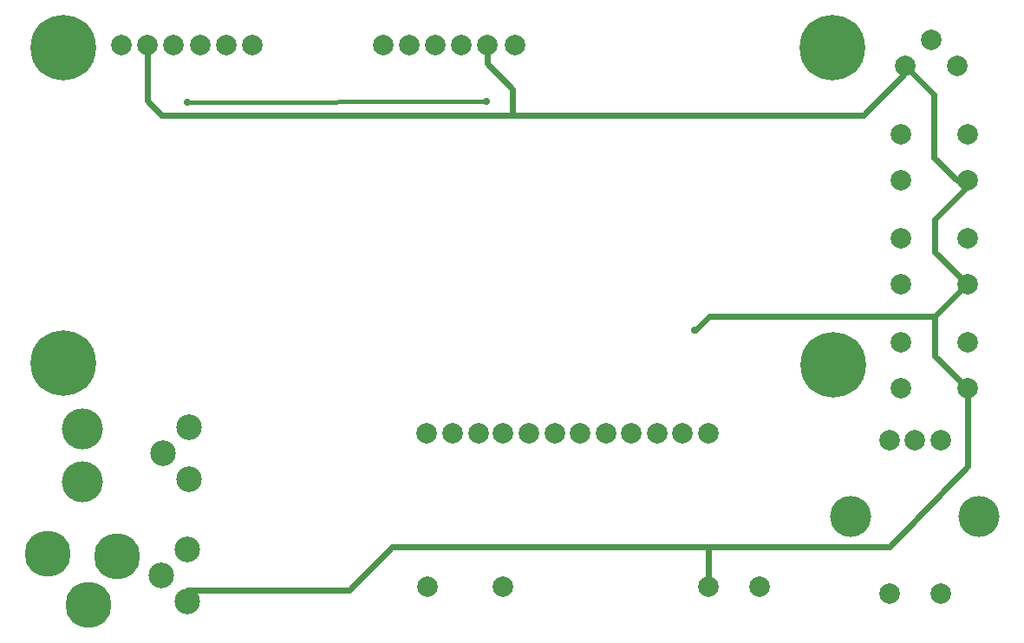
<source format=gbr>
%FSLAX34Y34*%
%MOMM*%
%LNCOPPER_TOP*%
G71*
G01*
%ADD10C, 4.50*%
%ADD11C, 2.00*%
%ADD12C, 4.00*%
%ADD13C, 2.50*%
%ADD14C, 4.00*%
%ADD15C, 0.70*%
%ADD16C, 6.40*%
%ADD17C, 0.60*%
%ADD18C, 0.40*%
%ADD19C, 0.60*%
%LPD*%
X97020Y78004D02*
G54D10*
D03*
X28758Y81179D02*
G54D10*
D03*
X673900Y198563D02*
G54D11*
D03*
X648900Y198562D02*
G54D11*
D03*
X623900Y198562D02*
G54D11*
D03*
X498900Y198562D02*
G54D11*
D03*
X473900Y198562D02*
G54D11*
D03*
X473900Y48562D02*
G54D11*
D03*
X673900Y48562D02*
G54D11*
D03*
X723900Y48562D02*
G54D11*
D03*
X62845Y151107D02*
G54D12*
D03*
X62845Y203107D02*
G54D12*
D03*
X598891Y198562D02*
G54D11*
D03*
X573888Y198562D02*
G54D11*
D03*
X548488Y198562D02*
G54D11*
D03*
X524278Y198562D02*
G54D11*
D03*
X424288Y198166D02*
G54D11*
D03*
X399288Y198165D02*
G54D11*
D03*
X449666Y198166D02*
G54D11*
D03*
X400082Y48562D02*
G54D11*
D03*
X927100Y287462D02*
G54D11*
D03*
X862100Y287462D02*
G54D11*
D03*
X862100Y242462D02*
G54D11*
D03*
X927100Y242462D02*
G54D11*
D03*
X927100Y490662D02*
G54D11*
D03*
X862100Y490662D02*
G54D11*
D03*
X862100Y445662D02*
G54D11*
D03*
X927100Y445662D02*
G54D11*
D03*
X68786Y31168D02*
G54D10*
D03*
X891778Y582591D02*
G54D11*
D03*
X866778Y557591D02*
G54D11*
D03*
X916778Y557590D02*
G54D11*
D03*
X166866Y204093D02*
G54D13*
D03*
X141466Y178693D02*
G54D13*
D03*
X166866Y153293D02*
G54D13*
D03*
X900900Y192212D02*
G54D11*
D03*
X850900Y192212D02*
G54D11*
D03*
X875900Y192212D02*
G54D11*
D03*
X900900Y42212D02*
G54D11*
D03*
X850900Y42212D02*
G54D11*
D03*
X938400Y117212D02*
G54D14*
D03*
X813400Y117212D02*
G54D14*
D03*
X927100Y389062D02*
G54D11*
D03*
X862100Y389062D02*
G54D11*
D03*
X862100Y344062D02*
G54D11*
D03*
X927100Y344062D02*
G54D11*
D03*
X165675Y85428D02*
G54D13*
D03*
X140275Y60028D02*
G54D13*
D03*
X165675Y34628D02*
G54D13*
D03*
X101049Y578179D02*
G54D11*
D03*
X126449Y578180D02*
G54D11*
D03*
X151849Y578180D02*
G54D11*
D03*
X178440Y578180D02*
G54D11*
D03*
X203840Y578179D02*
G54D11*
D03*
X229240Y578180D02*
G54D11*
D03*
X357034Y578180D02*
G54D11*
D03*
X382434Y578180D02*
G54D11*
D03*
X407834Y578180D02*
G54D11*
D03*
X433234Y578180D02*
G54D11*
D03*
X458634Y578179D02*
G54D11*
D03*
X485224Y578179D02*
G54D11*
D03*
X165100Y522412D02*
G54D15*
D03*
X457200Y522809D02*
G54D15*
D03*
X796131Y265510D02*
G54D16*
D03*
X820131Y265510D02*
G54D17*
D03*
X813102Y248539D02*
G54D17*
D03*
X796131Y241510D02*
G54D17*
D03*
X779161Y248539D02*
G54D17*
D03*
X772131Y265510D02*
G54D17*
D03*
X779161Y282480D02*
G54D17*
D03*
X796131Y289510D02*
G54D17*
D03*
X813102Y282480D02*
G54D17*
D03*
X795338Y575469D02*
G54D16*
D03*
X819338Y575469D02*
G54D17*
D03*
X812308Y558498D02*
G54D17*
D03*
X795338Y551469D02*
G54D17*
D03*
X778367Y558498D02*
G54D17*
D03*
X771338Y575469D02*
G54D17*
D03*
X778367Y592440D02*
G54D17*
D03*
X795338Y599469D02*
G54D17*
D03*
X812308Y592440D02*
G54D17*
D03*
X44450Y575469D02*
G54D16*
D03*
X68450Y575469D02*
G54D17*
D03*
X61421Y558498D02*
G54D17*
D03*
X44450Y551469D02*
G54D17*
D03*
X27480Y558498D02*
G54D17*
D03*
X20450Y575469D02*
G54D17*
D03*
X27480Y592440D02*
G54D17*
D03*
X44450Y599469D02*
G54D17*
D03*
X61421Y592440D02*
G54D17*
D03*
X44053Y267097D02*
G54D16*
D03*
X68053Y267097D02*
G54D17*
D03*
X61024Y250127D02*
G54D17*
D03*
X44053Y243097D02*
G54D17*
D03*
X27083Y250127D02*
G54D17*
D03*
X20053Y267097D02*
G54D17*
D03*
X27083Y284068D02*
G54D17*
D03*
X44053Y291097D02*
G54D17*
D03*
X61024Y284068D02*
G54D17*
D03*
G54D18*
X165100Y522412D02*
X457200Y522809D01*
G54D19*
X927100Y445662D02*
X927100Y439862D01*
X895350Y408112D01*
X895350Y375812D01*
X927100Y344062D01*
X926550Y344062D01*
X895350Y312862D01*
X895350Y274212D01*
X927100Y242462D01*
G54D19*
X673900Y48562D02*
X673900Y86638D01*
G54D19*
X866778Y557591D02*
X866778Y550990D01*
X825500Y509712D01*
X139700Y509712D01*
X126206Y524000D01*
X126449Y578180D01*
G54D19*
X458634Y578179D02*
X458237Y559872D01*
X482997Y535112D01*
X482997Y509712D01*
G54D19*
X927100Y445662D02*
X917100Y445662D01*
X894600Y468162D01*
X894600Y529769D01*
X866778Y557591D01*
X673900Y86638D02*
G54D15*
D03*
G54D19*
X165675Y45740D02*
X323428Y45740D01*
X365125Y87437D01*
X850900Y87437D01*
X927100Y166812D01*
X927100Y242462D01*
X660803Y299363D02*
G54D15*
D03*
G54D19*
X895350Y312862D02*
X674700Y312862D01*
X661200Y299363D01*
M02*

</source>
